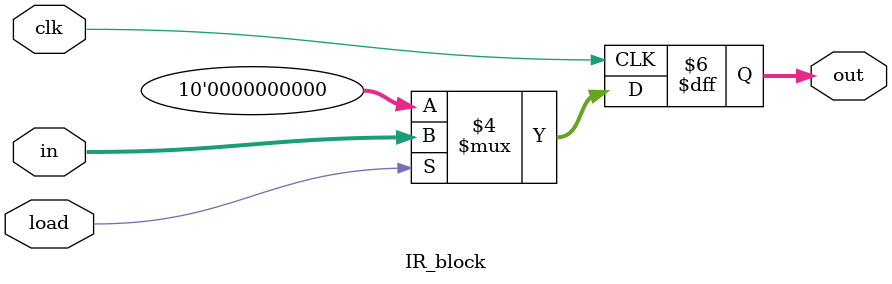
<source format=v>
`timescale 1ns / 1ps


module IR_block(
    input load,
    input [9:0] in,
    output reg [9:0] out,
    input clk
    );
    
    always @(posedge clk) begin
        if(load == 1) out <= in;
        else out <= 10'b0;
    end
    
endmodule

</source>
